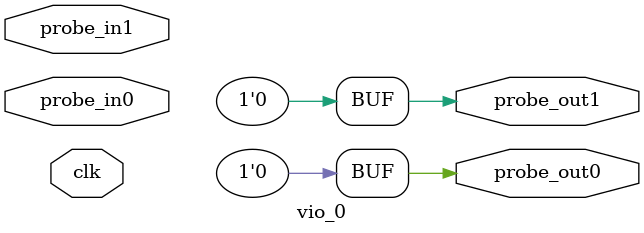
<source format=v>
`timescale 1ns / 1ps
module vio_0 (
clk,
probe_in0,probe_in1,
probe_out0,
probe_out1
);

input clk;
input [0 : 0] probe_in0;
input [0 : 0] probe_in1;

output reg [0 : 0] probe_out0 = 'h0 ;
output reg [0 : 0] probe_out1 = 'h0 ;


endmodule

</source>
